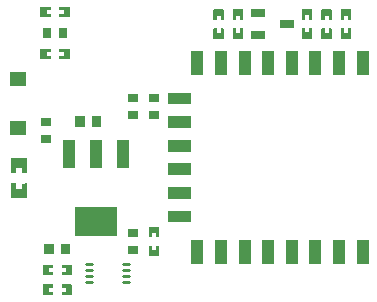
<source format=gtp>
G04 Layer: TopPasteMaskLayer*
G04 EasyEDA v6.4.25, 2021-12-01T16:26:12+03:00*
G04 b03321441de44a4fabc515ecf1a05e19,10*
G04 Gerber Generator version 0.2*
G04 Scale: 100 percent, Rotated: No, Reflected: No *
G04 Dimensions in millimeters *
G04 leading zeros omitted , absolute positions ,4 integer and 5 decimal *
%FSLAX45Y45*%
%MOMM*%

%ADD21C,0.2500*%
%ADD24R,1.4707X1.2700*%
%ADD25R,1.0500X2.4650*%
%ADD27R,0.8000X0.9000*%
%ADD29R,0.9000X0.8000*%
%ADD31R,1.0000X2.0000*%
%ADD33R,1.2500X0.7000*%

%LPD*%
G36*
X-850493Y-207111D02*
G01*
X-891489Y-207619D01*
X-896518Y-212598D01*
X-896518Y-327609D01*
X-891489Y-332587D01*
X-763524Y-332587D01*
X-758494Y-327609D01*
X-758494Y-212598D01*
X-763524Y-207619D01*
X-805484Y-208076D01*
X-805484Y-252120D01*
X-850493Y-252120D01*
G37*
G36*
X-891489Y7416D02*
G01*
X-896518Y2387D01*
X-896518Y-112623D01*
X-891489Y-117602D01*
X-850493Y-117094D01*
X-850493Y-73101D01*
X-805484Y-73101D01*
X-805484Y-117602D01*
X-763524Y-117602D01*
X-758494Y-112623D01*
X-758494Y2387D01*
X-763524Y7416D01*
G37*
G36*
X-481177Y1289608D02*
G01*
X-486206Y1284579D01*
X-486206Y1261821D01*
X-449173Y1261821D01*
X-449173Y1228801D01*
X-486206Y1228801D01*
X-486206Y1204620D01*
X-481177Y1199591D01*
X-401218Y1199591D01*
X-396189Y1204620D01*
X-396189Y1284579D01*
X-401218Y1289608D01*
G37*
G36*
X-640181Y1289608D02*
G01*
X-645210Y1284579D01*
X-645210Y1204620D01*
X-640181Y1199591D01*
X-561187Y1199591D01*
X-556209Y1204620D01*
X-556209Y1228801D01*
X-594207Y1228801D01*
X-594207Y1261821D01*
X-556209Y1261821D01*
X-556209Y1284579D01*
X-561187Y1289608D01*
G37*
G36*
X-621944Y-1059891D02*
G01*
X-626922Y-1064920D01*
X-626922Y-1144879D01*
X-621944Y-1149908D01*
X-541934Y-1149908D01*
X-536905Y-1144879D01*
X-536905Y-1122121D01*
X-573938Y-1122121D01*
X-573938Y-1089101D01*
X-536905Y-1089101D01*
X-536905Y-1064920D01*
X-541934Y-1059891D01*
G37*
G36*
X-461924Y-1059891D02*
G01*
X-466902Y-1064920D01*
X-466902Y-1089101D01*
X-428904Y-1089101D01*
X-428904Y-1122121D01*
X-466902Y-1122121D01*
X-466902Y-1144879D01*
X-461924Y-1149908D01*
X-382930Y-1149908D01*
X-377901Y-1144879D01*
X-377901Y-1064920D01*
X-382930Y-1059891D01*
G37*
G36*
X-621944Y-894791D02*
G01*
X-626922Y-899820D01*
X-626922Y-979779D01*
X-621944Y-984808D01*
X-541934Y-984808D01*
X-536905Y-979779D01*
X-536905Y-957021D01*
X-573938Y-957021D01*
X-573938Y-924001D01*
X-536905Y-924001D01*
X-536905Y-899820D01*
X-541934Y-894791D01*
G37*
G36*
X-461924Y-894791D02*
G01*
X-466902Y-899820D01*
X-466902Y-924001D01*
X-428904Y-924001D01*
X-428904Y-957021D01*
X-466902Y-957021D01*
X-466902Y-979779D01*
X-461924Y-984808D01*
X-382930Y-984808D01*
X-377901Y-979779D01*
X-377901Y-899820D01*
X-382930Y-894791D01*
G37*
G36*
X823620Y1267510D02*
G01*
X818591Y1262481D01*
X818591Y1182522D01*
X823620Y1177493D01*
X846378Y1177493D01*
X846378Y1214526D01*
X879398Y1214526D01*
X879398Y1177493D01*
X903579Y1177493D01*
X908608Y1182522D01*
X908608Y1262481D01*
X903579Y1267510D01*
G37*
G36*
X823620Y1107490D02*
G01*
X818591Y1102512D01*
X818591Y1023518D01*
X823620Y1018489D01*
X903579Y1018489D01*
X908608Y1023518D01*
X908608Y1102512D01*
X903579Y1107490D01*
X879398Y1107490D01*
X879398Y1069492D01*
X846378Y1069492D01*
X846378Y1107490D01*
G37*
G36*
X277520Y-573989D02*
G01*
X272491Y-579018D01*
X272491Y-658977D01*
X277520Y-664006D01*
X300278Y-664006D01*
X300278Y-626973D01*
X333298Y-626973D01*
X333298Y-664006D01*
X357479Y-664006D01*
X362508Y-658977D01*
X362508Y-579018D01*
X357479Y-573989D01*
G37*
G36*
X277520Y-734009D02*
G01*
X272491Y-738987D01*
X272491Y-817981D01*
X277520Y-823010D01*
X357479Y-823010D01*
X362508Y-817981D01*
X362508Y-738987D01*
X357479Y-734009D01*
X333298Y-734009D01*
X333298Y-772007D01*
X300278Y-772007D01*
X300278Y-734009D01*
G37*
G36*
X-481177Y934008D02*
G01*
X-486206Y928979D01*
X-486206Y906221D01*
X-449173Y906221D01*
X-449173Y873201D01*
X-486206Y873201D01*
X-486206Y849020D01*
X-481177Y843991D01*
X-401218Y843991D01*
X-396189Y849020D01*
X-396189Y928979D01*
X-401218Y934008D01*
G37*
G36*
X-640181Y934008D02*
G01*
X-645210Y928979D01*
X-645210Y849020D01*
X-640181Y843991D01*
X-561187Y843991D01*
X-556209Y849020D01*
X-556209Y873201D01*
X-594207Y873201D01*
X-594207Y906221D01*
X-556209Y906221D01*
X-556209Y928979D01*
X-561187Y934008D01*
G37*
G36*
X1903120Y1267510D02*
G01*
X1898091Y1262481D01*
X1898091Y1182522D01*
X1903120Y1177493D01*
X1925878Y1177493D01*
X1925878Y1214526D01*
X1958898Y1214526D01*
X1958898Y1177493D01*
X1983079Y1177493D01*
X1988108Y1182522D01*
X1988108Y1262481D01*
X1983079Y1267510D01*
G37*
G36*
X1903120Y1107490D02*
G01*
X1898091Y1102512D01*
X1898091Y1023518D01*
X1903120Y1018489D01*
X1983079Y1018489D01*
X1988108Y1023518D01*
X1988108Y1102512D01*
X1983079Y1107490D01*
X1958898Y1107490D01*
X1958898Y1069492D01*
X1925878Y1069492D01*
X1925878Y1107490D01*
G37*
G36*
X1738020Y1267510D02*
G01*
X1732991Y1262481D01*
X1732991Y1182522D01*
X1738020Y1177493D01*
X1760778Y1177493D01*
X1760778Y1214526D01*
X1793798Y1214526D01*
X1793798Y1177493D01*
X1817979Y1177493D01*
X1823008Y1182522D01*
X1823008Y1262481D01*
X1817979Y1267510D01*
G37*
G36*
X1738020Y1107490D02*
G01*
X1732991Y1102512D01*
X1732991Y1023518D01*
X1738020Y1018489D01*
X1817979Y1018489D01*
X1823008Y1023518D01*
X1823008Y1102512D01*
X1817979Y1107490D01*
X1793798Y1107490D01*
X1793798Y1069492D01*
X1760778Y1069492D01*
X1760778Y1107490D01*
G37*
G36*
X1572920Y1108506D02*
G01*
X1567891Y1103477D01*
X1567891Y1023518D01*
X1572920Y1018489D01*
X1652879Y1018489D01*
X1657908Y1023518D01*
X1657908Y1103477D01*
X1652879Y1108506D01*
X1630121Y1108506D01*
X1630121Y1071473D01*
X1597101Y1071473D01*
X1597101Y1108506D01*
G37*
G36*
X1572920Y1267510D02*
G01*
X1567891Y1262481D01*
X1567891Y1183487D01*
X1572920Y1178509D01*
X1597101Y1178509D01*
X1597101Y1216507D01*
X1630121Y1216507D01*
X1630121Y1178509D01*
X1652879Y1178509D01*
X1657908Y1183487D01*
X1657908Y1262481D01*
X1652879Y1267510D01*
G37*
G36*
X988720Y1267510D02*
G01*
X983691Y1262481D01*
X983691Y1182522D01*
X988720Y1177493D01*
X1011478Y1177493D01*
X1011478Y1214526D01*
X1044498Y1214526D01*
X1044498Y1177493D01*
X1068679Y1177493D01*
X1073708Y1182522D01*
X1073708Y1262481D01*
X1068679Y1267510D01*
G37*
G36*
X988720Y1107490D02*
G01*
X983691Y1102512D01*
X983691Y1023518D01*
X988720Y1018489D01*
X1068679Y1018489D01*
X1073708Y1023518D01*
X1073708Y1102512D01*
X1068679Y1107490D01*
X1044498Y1107490D01*
X1044498Y1069492D01*
X1011478Y1069492D01*
X1011478Y1107490D01*
G37*
D21*
X103792Y-890193D02*
G01*
X53792Y-890193D01*
X103792Y-940206D02*
G01*
X53792Y-940206D01*
X103792Y-990193D02*
G01*
X53792Y-990193D01*
X103792Y-1040206D02*
G01*
X53792Y-1040206D01*
X-206189Y-1040206D02*
G01*
X-256189Y-1040206D01*
X-206189Y-990193D02*
G01*
X-256189Y-990193D01*
X-206189Y-940206D02*
G01*
X-256189Y-940206D01*
X-206189Y-890193D02*
G01*
X-256189Y-890193D01*
D24*
G01*
X-838200Y675639D03*
G01*
X-838200Y264160D03*
D25*
G01*
X52196Y44450D03*
G01*
X-177800Y44450D03*
G01*
X-407796Y44450D03*
G36*
X-354799Y-403799D02*
G01*
X-800Y-403799D01*
X-800Y-650300D01*
X-354799Y-650300D01*
G37*
D27*
G01*
X-450697Y1066800D03*
G01*
X-590702Y1066800D03*
D29*
G01*
X139700Y-768502D03*
G01*
X139700Y-628497D03*
G01*
X-596900Y311302D03*
G01*
X-596900Y171297D03*
G36*
X-211300Y362501D02*
G01*
X-131300Y362501D01*
X-131300Y272498D01*
X-211300Y272498D01*
G37*
G36*
X-351299Y362501D02*
G01*
X-271299Y362501D01*
X-271299Y272498D01*
X-351299Y272498D01*
G37*
G36*
X-471650Y-716998D02*
G01*
X-391650Y-716998D01*
X-391650Y-807001D01*
X-471650Y-807001D01*
G37*
G36*
X-611649Y-716998D02*
G01*
X-531649Y-716998D01*
X-531649Y-807001D01*
X-611649Y-807001D01*
G37*
D31*
G01*
X2083181Y-787374D03*
G01*
X1883181Y-787349D03*
G01*
X1683156Y-787374D03*
G01*
X1483182Y-787298D03*
G01*
X1283182Y-787374D03*
G01*
X1083157Y-787450D03*
G01*
X883157Y-787323D03*
G01*
X683158Y-787171D03*
G36*
X433080Y-436981D02*
G01*
X633079Y-436981D01*
X633079Y-536981D01*
X433080Y-536981D01*
G37*
G36*
X433156Y-236981D02*
G01*
X633155Y-236981D01*
X633155Y-336981D01*
X433156Y-336981D01*
G37*
G36*
X433156Y-37058D02*
G01*
X633155Y-37058D01*
X633155Y-137058D01*
X433156Y-137058D01*
G37*
G36*
X433156Y163017D02*
G01*
X633155Y163017D01*
X633155Y63017D01*
X433156Y63017D01*
G37*
G36*
X433207Y362889D02*
G01*
X633206Y362889D01*
X633206Y262889D01*
X433207Y262889D01*
G37*
G36*
X433054Y562686D02*
G01*
X633054Y562686D01*
X633054Y462686D01*
X433054Y462686D01*
G37*
G01*
X683158Y812774D03*
G01*
X883157Y812850D03*
G01*
X1083157Y812850D03*
G01*
X1283182Y812850D03*
G01*
X1483182Y812850D03*
G01*
X1683156Y812850D03*
G01*
X1883181Y812850D03*
G01*
X2083181Y812850D03*
D29*
G01*
X139700Y374497D03*
G01*
X139700Y514502D03*
G01*
X317500Y374497D03*
G01*
X317500Y514502D03*
D33*
G01*
X1445768Y1143000D03*
G01*
X1195831Y1048004D03*
G01*
X1195831Y1237995D03*
M02*

</source>
